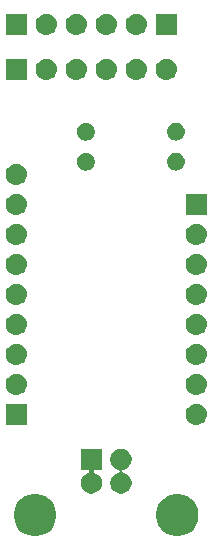
<source format=gbr>
G04 #@! TF.GenerationSoftware,KiCad,Pcbnew,(5.0.1)-4*
G04 #@! TF.CreationDate,2019-08-26T10:27:06+03:00*
G04 #@! TF.ProjectId,CP2102-breakout,4350323130322D627265616B6F75742E,rev?*
G04 #@! TF.SameCoordinates,Original*
G04 #@! TF.FileFunction,Soldermask,Bot*
G04 #@! TF.FilePolarity,Negative*
%FSLAX46Y46*%
G04 Gerber Fmt 4.6, Leading zero omitted, Abs format (unit mm)*
G04 Created by KiCad (PCBNEW (5.0.1)-4) date 26/08/2019 10:27:06*
%MOMM*%
%LPD*%
G01*
G04 APERTURE LIST*
%ADD10C,0.100000*%
G04 APERTURE END LIST*
D10*
G36*
X52245331Y-52508211D02*
X52573092Y-52643974D01*
X52868073Y-52841074D01*
X53118926Y-53091927D01*
X53316026Y-53386908D01*
X53451789Y-53714669D01*
X53521000Y-54062616D01*
X53521000Y-54417384D01*
X53451789Y-54765331D01*
X53316026Y-55093092D01*
X53118926Y-55388073D01*
X52868073Y-55638926D01*
X52573092Y-55836026D01*
X52245331Y-55971789D01*
X51897384Y-56041000D01*
X51542616Y-56041000D01*
X51194669Y-55971789D01*
X50866908Y-55836026D01*
X50571927Y-55638926D01*
X50321074Y-55388073D01*
X50123974Y-55093092D01*
X49988211Y-54765331D01*
X49919000Y-54417384D01*
X49919000Y-54062616D01*
X49988211Y-53714669D01*
X50123974Y-53386908D01*
X50321074Y-53091927D01*
X50571927Y-52841074D01*
X50866908Y-52643974D01*
X51194669Y-52508211D01*
X51542616Y-52439000D01*
X51897384Y-52439000D01*
X52245331Y-52508211D01*
X52245331Y-52508211D01*
G37*
G36*
X40205331Y-52508211D02*
X40533092Y-52643974D01*
X40828073Y-52841074D01*
X41078926Y-53091927D01*
X41276026Y-53386908D01*
X41411789Y-53714669D01*
X41481000Y-54062616D01*
X41481000Y-54417384D01*
X41411789Y-54765331D01*
X41276026Y-55093092D01*
X41078926Y-55388073D01*
X40828073Y-55638926D01*
X40533092Y-55836026D01*
X40205331Y-55971789D01*
X39857384Y-56041000D01*
X39502616Y-56041000D01*
X39154669Y-55971789D01*
X38826908Y-55836026D01*
X38531927Y-55638926D01*
X38281074Y-55388073D01*
X38083974Y-55093092D01*
X37948211Y-54765331D01*
X37879000Y-54417384D01*
X37879000Y-54062616D01*
X37948211Y-53714669D01*
X38083974Y-53386908D01*
X38281074Y-53091927D01*
X38531927Y-52841074D01*
X38826908Y-52643974D01*
X39154669Y-52508211D01*
X39502616Y-52439000D01*
X39857384Y-52439000D01*
X40205331Y-52508211D01*
X40205331Y-52508211D01*
G37*
G36*
X45351000Y-50431000D02*
X44779622Y-50431000D01*
X44755236Y-50433402D01*
X44731787Y-50440515D01*
X44710176Y-50452066D01*
X44691234Y-50467612D01*
X44675688Y-50486554D01*
X44664137Y-50508165D01*
X44657024Y-50531614D01*
X44654622Y-50556000D01*
X44657024Y-50580386D01*
X44664137Y-50603835D01*
X44675688Y-50625446D01*
X44691234Y-50644388D01*
X44710176Y-50659934D01*
X44731777Y-50671480D01*
X44876784Y-50731544D01*
X45024354Y-50830147D01*
X45149853Y-50955646D01*
X45248456Y-51103216D01*
X45316376Y-51267188D01*
X45351000Y-51441259D01*
X45351000Y-51618741D01*
X45316376Y-51792812D01*
X45248456Y-51956784D01*
X45149853Y-52104354D01*
X45024354Y-52229853D01*
X44876784Y-52328456D01*
X44712812Y-52396376D01*
X44538741Y-52431000D01*
X44361259Y-52431000D01*
X44187188Y-52396376D01*
X44023216Y-52328456D01*
X43875646Y-52229853D01*
X43750147Y-52104354D01*
X43651544Y-51956784D01*
X43583624Y-51792812D01*
X43549000Y-51618741D01*
X43549000Y-51441259D01*
X43583624Y-51267188D01*
X43651544Y-51103216D01*
X43750147Y-50955646D01*
X43875646Y-50830147D01*
X44023216Y-50731544D01*
X44168223Y-50671480D01*
X44189824Y-50659934D01*
X44208766Y-50644388D01*
X44224312Y-50625446D01*
X44235863Y-50603835D01*
X44242976Y-50580386D01*
X44245378Y-50556000D01*
X44242976Y-50531614D01*
X44235863Y-50508165D01*
X44224312Y-50486554D01*
X44208766Y-50467612D01*
X44189824Y-50452066D01*
X44168213Y-50440515D01*
X44144764Y-50433402D01*
X44120378Y-50431000D01*
X43549000Y-50431000D01*
X43549000Y-48629000D01*
X45351000Y-48629000D01*
X45351000Y-50431000D01*
X45351000Y-50431000D01*
G37*
G36*
X47212812Y-48663624D02*
X47376784Y-48731544D01*
X47524354Y-48830147D01*
X47649853Y-48955646D01*
X47748456Y-49103216D01*
X47816376Y-49267188D01*
X47851000Y-49441259D01*
X47851000Y-49618741D01*
X47816376Y-49792812D01*
X47748456Y-49956784D01*
X47649853Y-50104354D01*
X47524354Y-50229853D01*
X47376784Y-50328456D01*
X47212812Y-50396376D01*
X47157367Y-50407404D01*
X47133926Y-50414515D01*
X47112315Y-50426067D01*
X47093373Y-50441612D01*
X47077828Y-50460554D01*
X47066277Y-50482165D01*
X47059164Y-50505614D01*
X47056762Y-50530000D01*
X47059164Y-50554387D01*
X47066277Y-50577836D01*
X47077829Y-50599447D01*
X47093374Y-50618389D01*
X47112316Y-50633934D01*
X47133927Y-50645485D01*
X47157367Y-50652596D01*
X47212812Y-50663624D01*
X47376784Y-50731544D01*
X47524354Y-50830147D01*
X47649853Y-50955646D01*
X47748456Y-51103216D01*
X47816376Y-51267188D01*
X47851000Y-51441259D01*
X47851000Y-51618741D01*
X47816376Y-51792812D01*
X47748456Y-51956784D01*
X47649853Y-52104354D01*
X47524354Y-52229853D01*
X47376784Y-52328456D01*
X47212812Y-52396376D01*
X47038741Y-52431000D01*
X46861259Y-52431000D01*
X46687188Y-52396376D01*
X46523216Y-52328456D01*
X46375646Y-52229853D01*
X46250147Y-52104354D01*
X46151544Y-51956784D01*
X46083624Y-51792812D01*
X46049000Y-51618741D01*
X46049000Y-51441259D01*
X46083624Y-51267188D01*
X46151544Y-51103216D01*
X46250147Y-50955646D01*
X46375646Y-50830147D01*
X46523216Y-50731544D01*
X46687188Y-50663624D01*
X46742633Y-50652596D01*
X46766074Y-50645485D01*
X46787685Y-50633933D01*
X46806627Y-50618388D01*
X46822172Y-50599446D01*
X46833723Y-50577835D01*
X46840836Y-50554386D01*
X46843238Y-50530000D01*
X46840836Y-50505613D01*
X46833723Y-50482164D01*
X46822171Y-50460553D01*
X46806626Y-50441611D01*
X46787684Y-50426066D01*
X46766073Y-50414515D01*
X46742633Y-50407404D01*
X46687188Y-50396376D01*
X46523216Y-50328456D01*
X46375646Y-50229853D01*
X46250147Y-50104354D01*
X46151544Y-49956784D01*
X46083624Y-49792812D01*
X46049000Y-49618741D01*
X46049000Y-49441259D01*
X46083624Y-49267188D01*
X46151544Y-49103216D01*
X46250147Y-48955646D01*
X46375646Y-48830147D01*
X46523216Y-48731544D01*
X46687188Y-48663624D01*
X46861259Y-48629000D01*
X47038741Y-48629000D01*
X47212812Y-48663624D01*
X47212812Y-48663624D01*
G37*
G36*
X53450442Y-44825518D02*
X53516627Y-44832037D01*
X53629853Y-44866384D01*
X53686467Y-44883557D01*
X53825087Y-44957652D01*
X53842991Y-44967222D01*
X53878729Y-44996552D01*
X53980186Y-45079814D01*
X54063448Y-45181271D01*
X54092778Y-45217009D01*
X54092779Y-45217011D01*
X54176443Y-45373533D01*
X54176443Y-45373534D01*
X54227963Y-45543373D01*
X54245359Y-45720000D01*
X54227963Y-45896627D01*
X54193616Y-46009853D01*
X54176443Y-46066467D01*
X54102348Y-46205087D01*
X54092778Y-46222991D01*
X54063448Y-46258729D01*
X53980186Y-46360186D01*
X53878729Y-46443448D01*
X53842991Y-46472778D01*
X53842989Y-46472779D01*
X53686467Y-46556443D01*
X53629853Y-46573616D01*
X53516627Y-46607963D01*
X53450442Y-46614482D01*
X53384260Y-46621000D01*
X53295740Y-46621000D01*
X53229558Y-46614482D01*
X53163373Y-46607963D01*
X53050147Y-46573616D01*
X52993533Y-46556443D01*
X52837011Y-46472779D01*
X52837009Y-46472778D01*
X52801271Y-46443448D01*
X52699814Y-46360186D01*
X52616552Y-46258729D01*
X52587222Y-46222991D01*
X52577652Y-46205087D01*
X52503557Y-46066467D01*
X52486384Y-46009853D01*
X52452037Y-45896627D01*
X52434641Y-45720000D01*
X52452037Y-45543373D01*
X52503557Y-45373534D01*
X52503557Y-45373533D01*
X52587221Y-45217011D01*
X52587222Y-45217009D01*
X52616552Y-45181271D01*
X52699814Y-45079814D01*
X52801271Y-44996552D01*
X52837009Y-44967222D01*
X52854913Y-44957652D01*
X52993533Y-44883557D01*
X53050147Y-44866384D01*
X53163373Y-44832037D01*
X53229558Y-44825518D01*
X53295740Y-44819000D01*
X53384260Y-44819000D01*
X53450442Y-44825518D01*
X53450442Y-44825518D01*
G37*
G36*
X39001000Y-46621000D02*
X37199000Y-46621000D01*
X37199000Y-44819000D01*
X39001000Y-44819000D01*
X39001000Y-46621000D01*
X39001000Y-46621000D01*
G37*
G36*
X53450442Y-42285518D02*
X53516627Y-42292037D01*
X53629853Y-42326384D01*
X53686467Y-42343557D01*
X53825087Y-42417652D01*
X53842991Y-42427222D01*
X53878729Y-42456552D01*
X53980186Y-42539814D01*
X54063448Y-42641271D01*
X54092778Y-42677009D01*
X54092779Y-42677011D01*
X54176443Y-42833533D01*
X54176443Y-42833534D01*
X54227963Y-43003373D01*
X54245359Y-43180000D01*
X54227963Y-43356627D01*
X54193616Y-43469853D01*
X54176443Y-43526467D01*
X54102348Y-43665087D01*
X54092778Y-43682991D01*
X54063448Y-43718729D01*
X53980186Y-43820186D01*
X53878729Y-43903448D01*
X53842991Y-43932778D01*
X53842989Y-43932779D01*
X53686467Y-44016443D01*
X53629853Y-44033616D01*
X53516627Y-44067963D01*
X53450443Y-44074481D01*
X53384260Y-44081000D01*
X53295740Y-44081000D01*
X53229557Y-44074481D01*
X53163373Y-44067963D01*
X53050147Y-44033616D01*
X52993533Y-44016443D01*
X52837011Y-43932779D01*
X52837009Y-43932778D01*
X52801271Y-43903448D01*
X52699814Y-43820186D01*
X52616552Y-43718729D01*
X52587222Y-43682991D01*
X52577652Y-43665087D01*
X52503557Y-43526467D01*
X52486384Y-43469853D01*
X52452037Y-43356627D01*
X52434641Y-43180000D01*
X52452037Y-43003373D01*
X52503557Y-42833534D01*
X52503557Y-42833533D01*
X52587221Y-42677011D01*
X52587222Y-42677009D01*
X52616552Y-42641271D01*
X52699814Y-42539814D01*
X52801271Y-42456552D01*
X52837009Y-42427222D01*
X52854913Y-42417652D01*
X52993533Y-42343557D01*
X53050147Y-42326384D01*
X53163373Y-42292037D01*
X53229558Y-42285518D01*
X53295740Y-42279000D01*
X53384260Y-42279000D01*
X53450442Y-42285518D01*
X53450442Y-42285518D01*
G37*
G36*
X38210442Y-42285518D02*
X38276627Y-42292037D01*
X38389853Y-42326384D01*
X38446467Y-42343557D01*
X38585087Y-42417652D01*
X38602991Y-42427222D01*
X38638729Y-42456552D01*
X38740186Y-42539814D01*
X38823448Y-42641271D01*
X38852778Y-42677009D01*
X38852779Y-42677011D01*
X38936443Y-42833533D01*
X38936443Y-42833534D01*
X38987963Y-43003373D01*
X39005359Y-43180000D01*
X38987963Y-43356627D01*
X38953616Y-43469853D01*
X38936443Y-43526467D01*
X38862348Y-43665087D01*
X38852778Y-43682991D01*
X38823448Y-43718729D01*
X38740186Y-43820186D01*
X38638729Y-43903448D01*
X38602991Y-43932778D01*
X38602989Y-43932779D01*
X38446467Y-44016443D01*
X38389853Y-44033616D01*
X38276627Y-44067963D01*
X38210443Y-44074481D01*
X38144260Y-44081000D01*
X38055740Y-44081000D01*
X37989557Y-44074481D01*
X37923373Y-44067963D01*
X37810147Y-44033616D01*
X37753533Y-44016443D01*
X37597011Y-43932779D01*
X37597009Y-43932778D01*
X37561271Y-43903448D01*
X37459814Y-43820186D01*
X37376552Y-43718729D01*
X37347222Y-43682991D01*
X37337652Y-43665087D01*
X37263557Y-43526467D01*
X37246384Y-43469853D01*
X37212037Y-43356627D01*
X37194641Y-43180000D01*
X37212037Y-43003373D01*
X37263557Y-42833534D01*
X37263557Y-42833533D01*
X37347221Y-42677011D01*
X37347222Y-42677009D01*
X37376552Y-42641271D01*
X37459814Y-42539814D01*
X37561271Y-42456552D01*
X37597009Y-42427222D01*
X37614913Y-42417652D01*
X37753533Y-42343557D01*
X37810147Y-42326384D01*
X37923373Y-42292037D01*
X37989558Y-42285518D01*
X38055740Y-42279000D01*
X38144260Y-42279000D01*
X38210442Y-42285518D01*
X38210442Y-42285518D01*
G37*
G36*
X53450442Y-39745518D02*
X53516627Y-39752037D01*
X53629853Y-39786384D01*
X53686467Y-39803557D01*
X53825087Y-39877652D01*
X53842991Y-39887222D01*
X53878729Y-39916552D01*
X53980186Y-39999814D01*
X54063448Y-40101271D01*
X54092778Y-40137009D01*
X54092779Y-40137011D01*
X54176443Y-40293533D01*
X54176443Y-40293534D01*
X54227963Y-40463373D01*
X54245359Y-40640000D01*
X54227963Y-40816627D01*
X54193616Y-40929853D01*
X54176443Y-40986467D01*
X54102348Y-41125087D01*
X54092778Y-41142991D01*
X54063448Y-41178729D01*
X53980186Y-41280186D01*
X53878729Y-41363448D01*
X53842991Y-41392778D01*
X53842989Y-41392779D01*
X53686467Y-41476443D01*
X53629853Y-41493616D01*
X53516627Y-41527963D01*
X53450442Y-41534482D01*
X53384260Y-41541000D01*
X53295740Y-41541000D01*
X53229558Y-41534482D01*
X53163373Y-41527963D01*
X53050147Y-41493616D01*
X52993533Y-41476443D01*
X52837011Y-41392779D01*
X52837009Y-41392778D01*
X52801271Y-41363448D01*
X52699814Y-41280186D01*
X52616552Y-41178729D01*
X52587222Y-41142991D01*
X52577652Y-41125087D01*
X52503557Y-40986467D01*
X52486384Y-40929853D01*
X52452037Y-40816627D01*
X52434641Y-40640000D01*
X52452037Y-40463373D01*
X52503557Y-40293534D01*
X52503557Y-40293533D01*
X52587221Y-40137011D01*
X52587222Y-40137009D01*
X52616552Y-40101271D01*
X52699814Y-39999814D01*
X52801271Y-39916552D01*
X52837009Y-39887222D01*
X52854913Y-39877652D01*
X52993533Y-39803557D01*
X53050147Y-39786384D01*
X53163373Y-39752037D01*
X53229558Y-39745518D01*
X53295740Y-39739000D01*
X53384260Y-39739000D01*
X53450442Y-39745518D01*
X53450442Y-39745518D01*
G37*
G36*
X38210442Y-39745518D02*
X38276627Y-39752037D01*
X38389853Y-39786384D01*
X38446467Y-39803557D01*
X38585087Y-39877652D01*
X38602991Y-39887222D01*
X38638729Y-39916552D01*
X38740186Y-39999814D01*
X38823448Y-40101271D01*
X38852778Y-40137009D01*
X38852779Y-40137011D01*
X38936443Y-40293533D01*
X38936443Y-40293534D01*
X38987963Y-40463373D01*
X39005359Y-40640000D01*
X38987963Y-40816627D01*
X38953616Y-40929853D01*
X38936443Y-40986467D01*
X38862348Y-41125087D01*
X38852778Y-41142991D01*
X38823448Y-41178729D01*
X38740186Y-41280186D01*
X38638729Y-41363448D01*
X38602991Y-41392778D01*
X38602989Y-41392779D01*
X38446467Y-41476443D01*
X38389853Y-41493616D01*
X38276627Y-41527963D01*
X38210442Y-41534482D01*
X38144260Y-41541000D01*
X38055740Y-41541000D01*
X37989558Y-41534482D01*
X37923373Y-41527963D01*
X37810147Y-41493616D01*
X37753533Y-41476443D01*
X37597011Y-41392779D01*
X37597009Y-41392778D01*
X37561271Y-41363448D01*
X37459814Y-41280186D01*
X37376552Y-41178729D01*
X37347222Y-41142991D01*
X37337652Y-41125087D01*
X37263557Y-40986467D01*
X37246384Y-40929853D01*
X37212037Y-40816627D01*
X37194641Y-40640000D01*
X37212037Y-40463373D01*
X37263557Y-40293534D01*
X37263557Y-40293533D01*
X37347221Y-40137011D01*
X37347222Y-40137009D01*
X37376552Y-40101271D01*
X37459814Y-39999814D01*
X37561271Y-39916552D01*
X37597009Y-39887222D01*
X37614913Y-39877652D01*
X37753533Y-39803557D01*
X37810147Y-39786384D01*
X37923373Y-39752037D01*
X37989558Y-39745518D01*
X38055740Y-39739000D01*
X38144260Y-39739000D01*
X38210442Y-39745518D01*
X38210442Y-39745518D01*
G37*
G36*
X38210442Y-37205518D02*
X38276627Y-37212037D01*
X38389853Y-37246384D01*
X38446467Y-37263557D01*
X38585087Y-37337652D01*
X38602991Y-37347222D01*
X38638729Y-37376552D01*
X38740186Y-37459814D01*
X38823448Y-37561271D01*
X38852778Y-37597009D01*
X38852779Y-37597011D01*
X38936443Y-37753533D01*
X38936443Y-37753534D01*
X38987963Y-37923373D01*
X39005359Y-38100000D01*
X38987963Y-38276627D01*
X38953616Y-38389853D01*
X38936443Y-38446467D01*
X38862348Y-38585087D01*
X38852778Y-38602991D01*
X38823448Y-38638729D01*
X38740186Y-38740186D01*
X38638729Y-38823448D01*
X38602991Y-38852778D01*
X38602989Y-38852779D01*
X38446467Y-38936443D01*
X38389853Y-38953616D01*
X38276627Y-38987963D01*
X38210443Y-38994481D01*
X38144260Y-39001000D01*
X38055740Y-39001000D01*
X37989557Y-38994481D01*
X37923373Y-38987963D01*
X37810147Y-38953616D01*
X37753533Y-38936443D01*
X37597011Y-38852779D01*
X37597009Y-38852778D01*
X37561271Y-38823448D01*
X37459814Y-38740186D01*
X37376552Y-38638729D01*
X37347222Y-38602991D01*
X37337652Y-38585087D01*
X37263557Y-38446467D01*
X37246384Y-38389853D01*
X37212037Y-38276627D01*
X37194641Y-38100000D01*
X37212037Y-37923373D01*
X37263557Y-37753534D01*
X37263557Y-37753533D01*
X37347221Y-37597011D01*
X37347222Y-37597009D01*
X37376552Y-37561271D01*
X37459814Y-37459814D01*
X37561271Y-37376552D01*
X37597009Y-37347222D01*
X37614913Y-37337652D01*
X37753533Y-37263557D01*
X37810147Y-37246384D01*
X37923373Y-37212037D01*
X37989558Y-37205518D01*
X38055740Y-37199000D01*
X38144260Y-37199000D01*
X38210442Y-37205518D01*
X38210442Y-37205518D01*
G37*
G36*
X53450442Y-37205518D02*
X53516627Y-37212037D01*
X53629853Y-37246384D01*
X53686467Y-37263557D01*
X53825087Y-37337652D01*
X53842991Y-37347222D01*
X53878729Y-37376552D01*
X53980186Y-37459814D01*
X54063448Y-37561271D01*
X54092778Y-37597009D01*
X54092779Y-37597011D01*
X54176443Y-37753533D01*
X54176443Y-37753534D01*
X54227963Y-37923373D01*
X54245359Y-38100000D01*
X54227963Y-38276627D01*
X54193616Y-38389853D01*
X54176443Y-38446467D01*
X54102348Y-38585087D01*
X54092778Y-38602991D01*
X54063448Y-38638729D01*
X53980186Y-38740186D01*
X53878729Y-38823448D01*
X53842991Y-38852778D01*
X53842989Y-38852779D01*
X53686467Y-38936443D01*
X53629853Y-38953616D01*
X53516627Y-38987963D01*
X53450443Y-38994481D01*
X53384260Y-39001000D01*
X53295740Y-39001000D01*
X53229557Y-38994481D01*
X53163373Y-38987963D01*
X53050147Y-38953616D01*
X52993533Y-38936443D01*
X52837011Y-38852779D01*
X52837009Y-38852778D01*
X52801271Y-38823448D01*
X52699814Y-38740186D01*
X52616552Y-38638729D01*
X52587222Y-38602991D01*
X52577652Y-38585087D01*
X52503557Y-38446467D01*
X52486384Y-38389853D01*
X52452037Y-38276627D01*
X52434641Y-38100000D01*
X52452037Y-37923373D01*
X52503557Y-37753534D01*
X52503557Y-37753533D01*
X52587221Y-37597011D01*
X52587222Y-37597009D01*
X52616552Y-37561271D01*
X52699814Y-37459814D01*
X52801271Y-37376552D01*
X52837009Y-37347222D01*
X52854913Y-37337652D01*
X52993533Y-37263557D01*
X53050147Y-37246384D01*
X53163373Y-37212037D01*
X53229558Y-37205518D01*
X53295740Y-37199000D01*
X53384260Y-37199000D01*
X53450442Y-37205518D01*
X53450442Y-37205518D01*
G37*
G36*
X38210443Y-34665519D02*
X38276627Y-34672037D01*
X38389853Y-34706384D01*
X38446467Y-34723557D01*
X38585087Y-34797652D01*
X38602991Y-34807222D01*
X38638729Y-34836552D01*
X38740186Y-34919814D01*
X38823448Y-35021271D01*
X38852778Y-35057009D01*
X38852779Y-35057011D01*
X38936443Y-35213533D01*
X38936443Y-35213534D01*
X38987963Y-35383373D01*
X39005359Y-35560000D01*
X38987963Y-35736627D01*
X38953616Y-35849853D01*
X38936443Y-35906467D01*
X38862348Y-36045087D01*
X38852778Y-36062991D01*
X38823448Y-36098729D01*
X38740186Y-36200186D01*
X38638729Y-36283448D01*
X38602991Y-36312778D01*
X38602989Y-36312779D01*
X38446467Y-36396443D01*
X38389853Y-36413616D01*
X38276627Y-36447963D01*
X38210442Y-36454482D01*
X38144260Y-36461000D01*
X38055740Y-36461000D01*
X37989558Y-36454482D01*
X37923373Y-36447963D01*
X37810147Y-36413616D01*
X37753533Y-36396443D01*
X37597011Y-36312779D01*
X37597009Y-36312778D01*
X37561271Y-36283448D01*
X37459814Y-36200186D01*
X37376552Y-36098729D01*
X37347222Y-36062991D01*
X37337652Y-36045087D01*
X37263557Y-35906467D01*
X37246384Y-35849853D01*
X37212037Y-35736627D01*
X37194641Y-35560000D01*
X37212037Y-35383373D01*
X37263557Y-35213534D01*
X37263557Y-35213533D01*
X37347221Y-35057011D01*
X37347222Y-35057009D01*
X37376552Y-35021271D01*
X37459814Y-34919814D01*
X37561271Y-34836552D01*
X37597009Y-34807222D01*
X37614913Y-34797652D01*
X37753533Y-34723557D01*
X37810147Y-34706384D01*
X37923373Y-34672037D01*
X37989557Y-34665519D01*
X38055740Y-34659000D01*
X38144260Y-34659000D01*
X38210443Y-34665519D01*
X38210443Y-34665519D01*
G37*
G36*
X53450443Y-34665519D02*
X53516627Y-34672037D01*
X53629853Y-34706384D01*
X53686467Y-34723557D01*
X53825087Y-34797652D01*
X53842991Y-34807222D01*
X53878729Y-34836552D01*
X53980186Y-34919814D01*
X54063448Y-35021271D01*
X54092778Y-35057009D01*
X54092779Y-35057011D01*
X54176443Y-35213533D01*
X54176443Y-35213534D01*
X54227963Y-35383373D01*
X54245359Y-35560000D01*
X54227963Y-35736627D01*
X54193616Y-35849853D01*
X54176443Y-35906467D01*
X54102348Y-36045087D01*
X54092778Y-36062991D01*
X54063448Y-36098729D01*
X53980186Y-36200186D01*
X53878729Y-36283448D01*
X53842991Y-36312778D01*
X53842989Y-36312779D01*
X53686467Y-36396443D01*
X53629853Y-36413616D01*
X53516627Y-36447963D01*
X53450442Y-36454482D01*
X53384260Y-36461000D01*
X53295740Y-36461000D01*
X53229558Y-36454482D01*
X53163373Y-36447963D01*
X53050147Y-36413616D01*
X52993533Y-36396443D01*
X52837011Y-36312779D01*
X52837009Y-36312778D01*
X52801271Y-36283448D01*
X52699814Y-36200186D01*
X52616552Y-36098729D01*
X52587222Y-36062991D01*
X52577652Y-36045087D01*
X52503557Y-35906467D01*
X52486384Y-35849853D01*
X52452037Y-35736627D01*
X52434641Y-35560000D01*
X52452037Y-35383373D01*
X52503557Y-35213534D01*
X52503557Y-35213533D01*
X52587221Y-35057011D01*
X52587222Y-35057009D01*
X52616552Y-35021271D01*
X52699814Y-34919814D01*
X52801271Y-34836552D01*
X52837009Y-34807222D01*
X52854913Y-34797652D01*
X52993533Y-34723557D01*
X53050147Y-34706384D01*
X53163373Y-34672037D01*
X53229557Y-34665519D01*
X53295740Y-34659000D01*
X53384260Y-34659000D01*
X53450443Y-34665519D01*
X53450443Y-34665519D01*
G37*
G36*
X38210443Y-32125519D02*
X38276627Y-32132037D01*
X38389853Y-32166384D01*
X38446467Y-32183557D01*
X38585087Y-32257652D01*
X38602991Y-32267222D01*
X38638729Y-32296552D01*
X38740186Y-32379814D01*
X38823448Y-32481271D01*
X38852778Y-32517009D01*
X38852779Y-32517011D01*
X38936443Y-32673533D01*
X38936443Y-32673534D01*
X38987963Y-32843373D01*
X39005359Y-33020000D01*
X38987963Y-33196627D01*
X38953616Y-33309853D01*
X38936443Y-33366467D01*
X38862348Y-33505087D01*
X38852778Y-33522991D01*
X38823448Y-33558729D01*
X38740186Y-33660186D01*
X38638729Y-33743448D01*
X38602991Y-33772778D01*
X38602989Y-33772779D01*
X38446467Y-33856443D01*
X38389853Y-33873616D01*
X38276627Y-33907963D01*
X38210443Y-33914481D01*
X38144260Y-33921000D01*
X38055740Y-33921000D01*
X37989557Y-33914481D01*
X37923373Y-33907963D01*
X37810147Y-33873616D01*
X37753533Y-33856443D01*
X37597011Y-33772779D01*
X37597009Y-33772778D01*
X37561271Y-33743448D01*
X37459814Y-33660186D01*
X37376552Y-33558729D01*
X37347222Y-33522991D01*
X37337652Y-33505087D01*
X37263557Y-33366467D01*
X37246384Y-33309853D01*
X37212037Y-33196627D01*
X37194641Y-33020000D01*
X37212037Y-32843373D01*
X37263557Y-32673534D01*
X37263557Y-32673533D01*
X37347221Y-32517011D01*
X37347222Y-32517009D01*
X37376552Y-32481271D01*
X37459814Y-32379814D01*
X37561271Y-32296552D01*
X37597009Y-32267222D01*
X37614913Y-32257652D01*
X37753533Y-32183557D01*
X37810147Y-32166384D01*
X37923373Y-32132037D01*
X37989557Y-32125519D01*
X38055740Y-32119000D01*
X38144260Y-32119000D01*
X38210443Y-32125519D01*
X38210443Y-32125519D01*
G37*
G36*
X53450443Y-32125519D02*
X53516627Y-32132037D01*
X53629853Y-32166384D01*
X53686467Y-32183557D01*
X53825087Y-32257652D01*
X53842991Y-32267222D01*
X53878729Y-32296552D01*
X53980186Y-32379814D01*
X54063448Y-32481271D01*
X54092778Y-32517009D01*
X54092779Y-32517011D01*
X54176443Y-32673533D01*
X54176443Y-32673534D01*
X54227963Y-32843373D01*
X54245359Y-33020000D01*
X54227963Y-33196627D01*
X54193616Y-33309853D01*
X54176443Y-33366467D01*
X54102348Y-33505087D01*
X54092778Y-33522991D01*
X54063448Y-33558729D01*
X53980186Y-33660186D01*
X53878729Y-33743448D01*
X53842991Y-33772778D01*
X53842989Y-33772779D01*
X53686467Y-33856443D01*
X53629853Y-33873616D01*
X53516627Y-33907963D01*
X53450443Y-33914481D01*
X53384260Y-33921000D01*
X53295740Y-33921000D01*
X53229557Y-33914481D01*
X53163373Y-33907963D01*
X53050147Y-33873616D01*
X52993533Y-33856443D01*
X52837011Y-33772779D01*
X52837009Y-33772778D01*
X52801271Y-33743448D01*
X52699814Y-33660186D01*
X52616552Y-33558729D01*
X52587222Y-33522991D01*
X52577652Y-33505087D01*
X52503557Y-33366467D01*
X52486384Y-33309853D01*
X52452037Y-33196627D01*
X52434641Y-33020000D01*
X52452037Y-32843373D01*
X52503557Y-32673534D01*
X52503557Y-32673533D01*
X52587221Y-32517011D01*
X52587222Y-32517009D01*
X52616552Y-32481271D01*
X52699814Y-32379814D01*
X52801271Y-32296552D01*
X52837009Y-32267222D01*
X52854913Y-32257652D01*
X52993533Y-32183557D01*
X53050147Y-32166384D01*
X53163373Y-32132037D01*
X53229557Y-32125519D01*
X53295740Y-32119000D01*
X53384260Y-32119000D01*
X53450443Y-32125519D01*
X53450443Y-32125519D01*
G37*
G36*
X53450443Y-29585519D02*
X53516627Y-29592037D01*
X53629853Y-29626384D01*
X53686467Y-29643557D01*
X53825087Y-29717652D01*
X53842991Y-29727222D01*
X53878729Y-29756552D01*
X53980186Y-29839814D01*
X54063448Y-29941271D01*
X54092778Y-29977009D01*
X54092779Y-29977011D01*
X54176443Y-30133533D01*
X54176443Y-30133534D01*
X54227963Y-30303373D01*
X54245359Y-30480000D01*
X54227963Y-30656627D01*
X54193616Y-30769853D01*
X54176443Y-30826467D01*
X54102348Y-30965087D01*
X54092778Y-30982991D01*
X54063448Y-31018729D01*
X53980186Y-31120186D01*
X53878729Y-31203448D01*
X53842991Y-31232778D01*
X53842989Y-31232779D01*
X53686467Y-31316443D01*
X53629853Y-31333616D01*
X53516627Y-31367963D01*
X53450443Y-31374481D01*
X53384260Y-31381000D01*
X53295740Y-31381000D01*
X53229557Y-31374481D01*
X53163373Y-31367963D01*
X53050147Y-31333616D01*
X52993533Y-31316443D01*
X52837011Y-31232779D01*
X52837009Y-31232778D01*
X52801271Y-31203448D01*
X52699814Y-31120186D01*
X52616552Y-31018729D01*
X52587222Y-30982991D01*
X52577652Y-30965087D01*
X52503557Y-30826467D01*
X52486384Y-30769853D01*
X52452037Y-30656627D01*
X52434641Y-30480000D01*
X52452037Y-30303373D01*
X52503557Y-30133534D01*
X52503557Y-30133533D01*
X52587221Y-29977011D01*
X52587222Y-29977009D01*
X52616552Y-29941271D01*
X52699814Y-29839814D01*
X52801271Y-29756552D01*
X52837009Y-29727222D01*
X52854913Y-29717652D01*
X52993533Y-29643557D01*
X53050147Y-29626384D01*
X53163373Y-29592037D01*
X53229557Y-29585519D01*
X53295740Y-29579000D01*
X53384260Y-29579000D01*
X53450443Y-29585519D01*
X53450443Y-29585519D01*
G37*
G36*
X38210443Y-29585519D02*
X38276627Y-29592037D01*
X38389853Y-29626384D01*
X38446467Y-29643557D01*
X38585087Y-29717652D01*
X38602991Y-29727222D01*
X38638729Y-29756552D01*
X38740186Y-29839814D01*
X38823448Y-29941271D01*
X38852778Y-29977009D01*
X38852779Y-29977011D01*
X38936443Y-30133533D01*
X38936443Y-30133534D01*
X38987963Y-30303373D01*
X39005359Y-30480000D01*
X38987963Y-30656627D01*
X38953616Y-30769853D01*
X38936443Y-30826467D01*
X38862348Y-30965087D01*
X38852778Y-30982991D01*
X38823448Y-31018729D01*
X38740186Y-31120186D01*
X38638729Y-31203448D01*
X38602991Y-31232778D01*
X38602989Y-31232779D01*
X38446467Y-31316443D01*
X38389853Y-31333616D01*
X38276627Y-31367963D01*
X38210443Y-31374481D01*
X38144260Y-31381000D01*
X38055740Y-31381000D01*
X37989557Y-31374481D01*
X37923373Y-31367963D01*
X37810147Y-31333616D01*
X37753533Y-31316443D01*
X37597011Y-31232779D01*
X37597009Y-31232778D01*
X37561271Y-31203448D01*
X37459814Y-31120186D01*
X37376552Y-31018729D01*
X37347222Y-30982991D01*
X37337652Y-30965087D01*
X37263557Y-30826467D01*
X37246384Y-30769853D01*
X37212037Y-30656627D01*
X37194641Y-30480000D01*
X37212037Y-30303373D01*
X37263557Y-30133534D01*
X37263557Y-30133533D01*
X37347221Y-29977011D01*
X37347222Y-29977009D01*
X37376552Y-29941271D01*
X37459814Y-29839814D01*
X37561271Y-29756552D01*
X37597009Y-29727222D01*
X37614913Y-29717652D01*
X37753533Y-29643557D01*
X37810147Y-29626384D01*
X37923373Y-29592037D01*
X37989557Y-29585519D01*
X38055740Y-29579000D01*
X38144260Y-29579000D01*
X38210443Y-29585519D01*
X38210443Y-29585519D01*
G37*
G36*
X38210443Y-27045519D02*
X38276627Y-27052037D01*
X38389853Y-27086384D01*
X38446467Y-27103557D01*
X38585087Y-27177652D01*
X38602991Y-27187222D01*
X38638729Y-27216552D01*
X38740186Y-27299814D01*
X38823448Y-27401271D01*
X38852778Y-27437009D01*
X38852779Y-27437011D01*
X38936443Y-27593533D01*
X38936443Y-27593534D01*
X38987963Y-27763373D01*
X39005359Y-27940000D01*
X38987963Y-28116627D01*
X38953616Y-28229853D01*
X38936443Y-28286467D01*
X38862348Y-28425087D01*
X38852778Y-28442991D01*
X38823448Y-28478729D01*
X38740186Y-28580186D01*
X38638729Y-28663448D01*
X38602991Y-28692778D01*
X38602989Y-28692779D01*
X38446467Y-28776443D01*
X38389853Y-28793616D01*
X38276627Y-28827963D01*
X38210442Y-28834482D01*
X38144260Y-28841000D01*
X38055740Y-28841000D01*
X37989558Y-28834482D01*
X37923373Y-28827963D01*
X37810147Y-28793616D01*
X37753533Y-28776443D01*
X37597011Y-28692779D01*
X37597009Y-28692778D01*
X37561271Y-28663448D01*
X37459814Y-28580186D01*
X37376552Y-28478729D01*
X37347222Y-28442991D01*
X37337652Y-28425087D01*
X37263557Y-28286467D01*
X37246384Y-28229853D01*
X37212037Y-28116627D01*
X37194641Y-27940000D01*
X37212037Y-27763373D01*
X37263557Y-27593534D01*
X37263557Y-27593533D01*
X37347221Y-27437011D01*
X37347222Y-27437009D01*
X37376552Y-27401271D01*
X37459814Y-27299814D01*
X37561271Y-27216552D01*
X37597009Y-27187222D01*
X37614913Y-27177652D01*
X37753533Y-27103557D01*
X37810147Y-27086384D01*
X37923373Y-27052037D01*
X37989557Y-27045519D01*
X38055740Y-27039000D01*
X38144260Y-27039000D01*
X38210443Y-27045519D01*
X38210443Y-27045519D01*
G37*
G36*
X54241000Y-28841000D02*
X52439000Y-28841000D01*
X52439000Y-27039000D01*
X54241000Y-27039000D01*
X54241000Y-28841000D01*
X54241000Y-28841000D01*
G37*
G36*
X38210442Y-24505518D02*
X38276627Y-24512037D01*
X38389853Y-24546384D01*
X38446467Y-24563557D01*
X38531083Y-24608786D01*
X38602991Y-24647222D01*
X38638729Y-24676552D01*
X38740186Y-24759814D01*
X38817158Y-24853606D01*
X38852778Y-24897009D01*
X38852779Y-24897011D01*
X38936443Y-25053533D01*
X38936443Y-25053534D01*
X38987963Y-25223373D01*
X39005359Y-25400000D01*
X38987963Y-25576627D01*
X38953616Y-25689853D01*
X38936443Y-25746467D01*
X38862348Y-25885087D01*
X38852778Y-25902991D01*
X38823448Y-25938729D01*
X38740186Y-26040186D01*
X38638729Y-26123448D01*
X38602991Y-26152778D01*
X38602989Y-26152779D01*
X38446467Y-26236443D01*
X38389853Y-26253616D01*
X38276627Y-26287963D01*
X38210443Y-26294481D01*
X38144260Y-26301000D01*
X38055740Y-26301000D01*
X37989557Y-26294481D01*
X37923373Y-26287963D01*
X37810147Y-26253616D01*
X37753533Y-26236443D01*
X37597011Y-26152779D01*
X37597009Y-26152778D01*
X37561271Y-26123448D01*
X37459814Y-26040186D01*
X37376552Y-25938729D01*
X37347222Y-25902991D01*
X37337652Y-25885087D01*
X37263557Y-25746467D01*
X37246384Y-25689853D01*
X37212037Y-25576627D01*
X37194641Y-25400000D01*
X37212037Y-25223373D01*
X37263557Y-25053534D01*
X37263557Y-25053533D01*
X37347221Y-24897011D01*
X37347222Y-24897009D01*
X37382842Y-24853606D01*
X37459814Y-24759814D01*
X37561271Y-24676552D01*
X37597009Y-24647222D01*
X37668917Y-24608786D01*
X37753533Y-24563557D01*
X37810147Y-24546384D01*
X37923373Y-24512037D01*
X37989557Y-24505519D01*
X38055740Y-24499000D01*
X38144260Y-24499000D01*
X38210442Y-24505518D01*
X38210442Y-24505518D01*
G37*
G36*
X44108600Y-23579867D02*
X44199059Y-23597860D01*
X44335732Y-23654472D01*
X44392715Y-23692547D01*
X44458738Y-23736662D01*
X44563338Y-23841262D01*
X44563340Y-23841265D01*
X44645528Y-23964268D01*
X44702140Y-24100941D01*
X44731000Y-24246033D01*
X44731000Y-24393967D01*
X44702140Y-24539059D01*
X44645528Y-24675732D01*
X44564446Y-24797079D01*
X44563338Y-24798738D01*
X44458738Y-24903338D01*
X44458735Y-24903340D01*
X44335732Y-24985528D01*
X44199059Y-25042140D01*
X44112004Y-25059456D01*
X44053969Y-25071000D01*
X43906031Y-25071000D01*
X43847996Y-25059456D01*
X43760941Y-25042140D01*
X43624268Y-24985528D01*
X43501265Y-24903340D01*
X43501262Y-24903338D01*
X43396662Y-24798738D01*
X43395554Y-24797079D01*
X43314472Y-24675732D01*
X43257860Y-24539059D01*
X43229000Y-24393967D01*
X43229000Y-24246033D01*
X43257860Y-24100941D01*
X43314472Y-23964268D01*
X43396660Y-23841265D01*
X43396662Y-23841262D01*
X43501262Y-23736662D01*
X43567285Y-23692547D01*
X43624268Y-23654472D01*
X43760941Y-23597860D01*
X43851400Y-23579867D01*
X43906031Y-23569000D01*
X44053969Y-23569000D01*
X44108600Y-23579867D01*
X44108600Y-23579867D01*
G37*
G36*
X51673665Y-23572622D02*
X51747222Y-23579867D01*
X51888786Y-23622810D01*
X52019252Y-23692546D01*
X52133606Y-23786394D01*
X52227454Y-23900748D01*
X52297190Y-24031214D01*
X52340133Y-24172778D01*
X52354633Y-24320000D01*
X52340133Y-24467222D01*
X52297190Y-24608786D01*
X52227454Y-24739252D01*
X52133606Y-24853606D01*
X52019252Y-24947454D01*
X51888786Y-25017190D01*
X51747222Y-25060133D01*
X51673665Y-25067378D01*
X51636888Y-25071000D01*
X51563112Y-25071000D01*
X51526335Y-25067378D01*
X51452778Y-25060133D01*
X51311214Y-25017190D01*
X51180748Y-24947454D01*
X51066394Y-24853606D01*
X50972546Y-24739252D01*
X50902810Y-24608786D01*
X50859867Y-24467222D01*
X50845367Y-24320000D01*
X50859867Y-24172778D01*
X50902810Y-24031214D01*
X50972546Y-23900748D01*
X51066394Y-23786394D01*
X51180748Y-23692546D01*
X51311214Y-23622810D01*
X51452778Y-23579867D01*
X51526335Y-23572622D01*
X51563112Y-23569000D01*
X51636888Y-23569000D01*
X51673665Y-23572622D01*
X51673665Y-23572622D01*
G37*
G36*
X51673665Y-21032622D02*
X51747222Y-21039867D01*
X51888786Y-21082810D01*
X52019252Y-21152546D01*
X52133606Y-21246394D01*
X52227454Y-21360748D01*
X52297190Y-21491214D01*
X52340133Y-21632778D01*
X52354633Y-21780000D01*
X52340133Y-21927222D01*
X52297190Y-22068786D01*
X52227454Y-22199252D01*
X52133606Y-22313606D01*
X52019252Y-22407454D01*
X51888786Y-22477190D01*
X51747222Y-22520133D01*
X51673665Y-22527378D01*
X51636888Y-22531000D01*
X51563112Y-22531000D01*
X51526335Y-22527378D01*
X51452778Y-22520133D01*
X51311214Y-22477190D01*
X51180748Y-22407454D01*
X51066394Y-22313606D01*
X50972546Y-22199252D01*
X50902810Y-22068786D01*
X50859867Y-21927222D01*
X50845367Y-21780000D01*
X50859867Y-21632778D01*
X50902810Y-21491214D01*
X50972546Y-21360748D01*
X51066394Y-21246394D01*
X51180748Y-21152546D01*
X51311214Y-21082810D01*
X51452778Y-21039867D01*
X51526335Y-21032622D01*
X51563112Y-21029000D01*
X51636888Y-21029000D01*
X51673665Y-21032622D01*
X51673665Y-21032622D01*
G37*
G36*
X44108600Y-21039867D02*
X44199059Y-21057860D01*
X44335732Y-21114472D01*
X44392715Y-21152547D01*
X44458738Y-21196662D01*
X44563338Y-21301262D01*
X44563340Y-21301265D01*
X44645528Y-21424268D01*
X44702140Y-21560941D01*
X44731000Y-21706033D01*
X44731000Y-21853967D01*
X44702140Y-21999059D01*
X44645528Y-22135732D01*
X44564446Y-22257079D01*
X44563338Y-22258738D01*
X44458738Y-22363338D01*
X44458735Y-22363340D01*
X44335732Y-22445528D01*
X44199059Y-22502140D01*
X44112004Y-22519456D01*
X44053969Y-22531000D01*
X43906031Y-22531000D01*
X43847996Y-22519456D01*
X43760941Y-22502140D01*
X43624268Y-22445528D01*
X43501265Y-22363340D01*
X43501262Y-22363338D01*
X43396662Y-22258738D01*
X43395554Y-22257079D01*
X43314472Y-22135732D01*
X43257860Y-21999059D01*
X43229000Y-21853967D01*
X43229000Y-21706033D01*
X43257860Y-21560941D01*
X43314472Y-21424268D01*
X43396660Y-21301265D01*
X43396662Y-21301262D01*
X43501262Y-21196662D01*
X43567285Y-21152547D01*
X43624268Y-21114472D01*
X43760941Y-21057860D01*
X43851400Y-21039867D01*
X43906031Y-21029000D01*
X44053969Y-21029000D01*
X44108600Y-21039867D01*
X44108600Y-21039867D01*
G37*
G36*
X45830442Y-15615518D02*
X45896627Y-15622037D01*
X46009853Y-15656384D01*
X46066467Y-15673557D01*
X46205087Y-15747652D01*
X46222991Y-15757222D01*
X46258729Y-15786552D01*
X46360186Y-15869814D01*
X46443448Y-15971271D01*
X46472778Y-16007009D01*
X46472779Y-16007011D01*
X46556443Y-16163533D01*
X46556443Y-16163534D01*
X46607963Y-16333373D01*
X46625359Y-16510000D01*
X46607963Y-16686627D01*
X46573616Y-16799853D01*
X46556443Y-16856467D01*
X46482348Y-16995087D01*
X46472778Y-17012991D01*
X46443448Y-17048729D01*
X46360186Y-17150186D01*
X46258729Y-17233448D01*
X46222991Y-17262778D01*
X46222989Y-17262779D01*
X46066467Y-17346443D01*
X46009853Y-17363616D01*
X45896627Y-17397963D01*
X45830442Y-17404482D01*
X45764260Y-17411000D01*
X45675740Y-17411000D01*
X45609558Y-17404482D01*
X45543373Y-17397963D01*
X45430147Y-17363616D01*
X45373533Y-17346443D01*
X45217011Y-17262779D01*
X45217009Y-17262778D01*
X45181271Y-17233448D01*
X45079814Y-17150186D01*
X44996552Y-17048729D01*
X44967222Y-17012991D01*
X44957652Y-16995087D01*
X44883557Y-16856467D01*
X44866384Y-16799853D01*
X44832037Y-16686627D01*
X44814641Y-16510000D01*
X44832037Y-16333373D01*
X44883557Y-16163534D01*
X44883557Y-16163533D01*
X44967221Y-16007011D01*
X44967222Y-16007009D01*
X44996552Y-15971271D01*
X45079814Y-15869814D01*
X45181271Y-15786552D01*
X45217009Y-15757222D01*
X45234913Y-15747652D01*
X45373533Y-15673557D01*
X45430147Y-15656384D01*
X45543373Y-15622037D01*
X45609558Y-15615518D01*
X45675740Y-15609000D01*
X45764260Y-15609000D01*
X45830442Y-15615518D01*
X45830442Y-15615518D01*
G37*
G36*
X39001000Y-17411000D02*
X37199000Y-17411000D01*
X37199000Y-15609000D01*
X39001000Y-15609000D01*
X39001000Y-17411000D01*
X39001000Y-17411000D01*
G37*
G36*
X48370442Y-15615518D02*
X48436627Y-15622037D01*
X48549853Y-15656384D01*
X48606467Y-15673557D01*
X48745087Y-15747652D01*
X48762991Y-15757222D01*
X48798729Y-15786552D01*
X48900186Y-15869814D01*
X48983448Y-15971271D01*
X49012778Y-16007009D01*
X49012779Y-16007011D01*
X49096443Y-16163533D01*
X49096443Y-16163534D01*
X49147963Y-16333373D01*
X49165359Y-16510000D01*
X49147963Y-16686627D01*
X49113616Y-16799853D01*
X49096443Y-16856467D01*
X49022348Y-16995087D01*
X49012778Y-17012991D01*
X48983448Y-17048729D01*
X48900186Y-17150186D01*
X48798729Y-17233448D01*
X48762991Y-17262778D01*
X48762989Y-17262779D01*
X48606467Y-17346443D01*
X48549853Y-17363616D01*
X48436627Y-17397963D01*
X48370442Y-17404482D01*
X48304260Y-17411000D01*
X48215740Y-17411000D01*
X48149558Y-17404482D01*
X48083373Y-17397963D01*
X47970147Y-17363616D01*
X47913533Y-17346443D01*
X47757011Y-17262779D01*
X47757009Y-17262778D01*
X47721271Y-17233448D01*
X47619814Y-17150186D01*
X47536552Y-17048729D01*
X47507222Y-17012991D01*
X47497652Y-16995087D01*
X47423557Y-16856467D01*
X47406384Y-16799853D01*
X47372037Y-16686627D01*
X47354641Y-16510000D01*
X47372037Y-16333373D01*
X47423557Y-16163534D01*
X47423557Y-16163533D01*
X47507221Y-16007011D01*
X47507222Y-16007009D01*
X47536552Y-15971271D01*
X47619814Y-15869814D01*
X47721271Y-15786552D01*
X47757009Y-15757222D01*
X47774913Y-15747652D01*
X47913533Y-15673557D01*
X47970147Y-15656384D01*
X48083373Y-15622037D01*
X48149558Y-15615518D01*
X48215740Y-15609000D01*
X48304260Y-15609000D01*
X48370442Y-15615518D01*
X48370442Y-15615518D01*
G37*
G36*
X43290442Y-15615518D02*
X43356627Y-15622037D01*
X43469853Y-15656384D01*
X43526467Y-15673557D01*
X43665087Y-15747652D01*
X43682991Y-15757222D01*
X43718729Y-15786552D01*
X43820186Y-15869814D01*
X43903448Y-15971271D01*
X43932778Y-16007009D01*
X43932779Y-16007011D01*
X44016443Y-16163533D01*
X44016443Y-16163534D01*
X44067963Y-16333373D01*
X44085359Y-16510000D01*
X44067963Y-16686627D01*
X44033616Y-16799853D01*
X44016443Y-16856467D01*
X43942348Y-16995087D01*
X43932778Y-17012991D01*
X43903448Y-17048729D01*
X43820186Y-17150186D01*
X43718729Y-17233448D01*
X43682991Y-17262778D01*
X43682989Y-17262779D01*
X43526467Y-17346443D01*
X43469853Y-17363616D01*
X43356627Y-17397963D01*
X43290442Y-17404482D01*
X43224260Y-17411000D01*
X43135740Y-17411000D01*
X43069558Y-17404482D01*
X43003373Y-17397963D01*
X42890147Y-17363616D01*
X42833533Y-17346443D01*
X42677011Y-17262779D01*
X42677009Y-17262778D01*
X42641271Y-17233448D01*
X42539814Y-17150186D01*
X42456552Y-17048729D01*
X42427222Y-17012991D01*
X42417652Y-16995087D01*
X42343557Y-16856467D01*
X42326384Y-16799853D01*
X42292037Y-16686627D01*
X42274641Y-16510000D01*
X42292037Y-16333373D01*
X42343557Y-16163534D01*
X42343557Y-16163533D01*
X42427221Y-16007011D01*
X42427222Y-16007009D01*
X42456552Y-15971271D01*
X42539814Y-15869814D01*
X42641271Y-15786552D01*
X42677009Y-15757222D01*
X42694913Y-15747652D01*
X42833533Y-15673557D01*
X42890147Y-15656384D01*
X43003373Y-15622037D01*
X43069558Y-15615518D01*
X43135740Y-15609000D01*
X43224260Y-15609000D01*
X43290442Y-15615518D01*
X43290442Y-15615518D01*
G37*
G36*
X50910442Y-15615518D02*
X50976627Y-15622037D01*
X51089853Y-15656384D01*
X51146467Y-15673557D01*
X51285087Y-15747652D01*
X51302991Y-15757222D01*
X51338729Y-15786552D01*
X51440186Y-15869814D01*
X51523448Y-15971271D01*
X51552778Y-16007009D01*
X51552779Y-16007011D01*
X51636443Y-16163533D01*
X51636443Y-16163534D01*
X51687963Y-16333373D01*
X51705359Y-16510000D01*
X51687963Y-16686627D01*
X51653616Y-16799853D01*
X51636443Y-16856467D01*
X51562348Y-16995087D01*
X51552778Y-17012991D01*
X51523448Y-17048729D01*
X51440186Y-17150186D01*
X51338729Y-17233448D01*
X51302991Y-17262778D01*
X51302989Y-17262779D01*
X51146467Y-17346443D01*
X51089853Y-17363616D01*
X50976627Y-17397963D01*
X50910442Y-17404482D01*
X50844260Y-17411000D01*
X50755740Y-17411000D01*
X50689558Y-17404482D01*
X50623373Y-17397963D01*
X50510147Y-17363616D01*
X50453533Y-17346443D01*
X50297011Y-17262779D01*
X50297009Y-17262778D01*
X50261271Y-17233448D01*
X50159814Y-17150186D01*
X50076552Y-17048729D01*
X50047222Y-17012991D01*
X50037652Y-16995087D01*
X49963557Y-16856467D01*
X49946384Y-16799853D01*
X49912037Y-16686627D01*
X49894641Y-16510000D01*
X49912037Y-16333373D01*
X49963557Y-16163534D01*
X49963557Y-16163533D01*
X50047221Y-16007011D01*
X50047222Y-16007009D01*
X50076552Y-15971271D01*
X50159814Y-15869814D01*
X50261271Y-15786552D01*
X50297009Y-15757222D01*
X50314913Y-15747652D01*
X50453533Y-15673557D01*
X50510147Y-15656384D01*
X50623373Y-15622037D01*
X50689558Y-15615518D01*
X50755740Y-15609000D01*
X50844260Y-15609000D01*
X50910442Y-15615518D01*
X50910442Y-15615518D01*
G37*
G36*
X40750442Y-15615518D02*
X40816627Y-15622037D01*
X40929853Y-15656384D01*
X40986467Y-15673557D01*
X41125087Y-15747652D01*
X41142991Y-15757222D01*
X41178729Y-15786552D01*
X41280186Y-15869814D01*
X41363448Y-15971271D01*
X41392778Y-16007009D01*
X41392779Y-16007011D01*
X41476443Y-16163533D01*
X41476443Y-16163534D01*
X41527963Y-16333373D01*
X41545359Y-16510000D01*
X41527963Y-16686627D01*
X41493616Y-16799853D01*
X41476443Y-16856467D01*
X41402348Y-16995087D01*
X41392778Y-17012991D01*
X41363448Y-17048729D01*
X41280186Y-17150186D01*
X41178729Y-17233448D01*
X41142991Y-17262778D01*
X41142989Y-17262779D01*
X40986467Y-17346443D01*
X40929853Y-17363616D01*
X40816627Y-17397963D01*
X40750442Y-17404482D01*
X40684260Y-17411000D01*
X40595740Y-17411000D01*
X40529558Y-17404482D01*
X40463373Y-17397963D01*
X40350147Y-17363616D01*
X40293533Y-17346443D01*
X40137011Y-17262779D01*
X40137009Y-17262778D01*
X40101271Y-17233448D01*
X39999814Y-17150186D01*
X39916552Y-17048729D01*
X39887222Y-17012991D01*
X39877652Y-16995087D01*
X39803557Y-16856467D01*
X39786384Y-16799853D01*
X39752037Y-16686627D01*
X39734641Y-16510000D01*
X39752037Y-16333373D01*
X39803557Y-16163534D01*
X39803557Y-16163533D01*
X39887221Y-16007011D01*
X39887222Y-16007009D01*
X39916552Y-15971271D01*
X39999814Y-15869814D01*
X40101271Y-15786552D01*
X40137009Y-15757222D01*
X40154913Y-15747652D01*
X40293533Y-15673557D01*
X40350147Y-15656384D01*
X40463373Y-15622037D01*
X40529558Y-15615518D01*
X40595740Y-15609000D01*
X40684260Y-15609000D01*
X40750442Y-15615518D01*
X40750442Y-15615518D01*
G37*
G36*
X51701000Y-13601000D02*
X49899000Y-13601000D01*
X49899000Y-11799000D01*
X51701000Y-11799000D01*
X51701000Y-13601000D01*
X51701000Y-13601000D01*
G37*
G36*
X48370443Y-11805519D02*
X48436627Y-11812037D01*
X48549853Y-11846384D01*
X48606467Y-11863557D01*
X48745087Y-11937652D01*
X48762991Y-11947222D01*
X48798729Y-11976552D01*
X48900186Y-12059814D01*
X48983448Y-12161271D01*
X49012778Y-12197009D01*
X49012779Y-12197011D01*
X49096443Y-12353533D01*
X49096443Y-12353534D01*
X49147963Y-12523373D01*
X49165359Y-12700000D01*
X49147963Y-12876627D01*
X49113616Y-12989853D01*
X49096443Y-13046467D01*
X49022348Y-13185087D01*
X49012778Y-13202991D01*
X48983448Y-13238729D01*
X48900186Y-13340186D01*
X48798729Y-13423448D01*
X48762991Y-13452778D01*
X48762989Y-13452779D01*
X48606467Y-13536443D01*
X48549853Y-13553616D01*
X48436627Y-13587963D01*
X48370443Y-13594481D01*
X48304260Y-13601000D01*
X48215740Y-13601000D01*
X48149557Y-13594481D01*
X48083373Y-13587963D01*
X47970147Y-13553616D01*
X47913533Y-13536443D01*
X47757011Y-13452779D01*
X47757009Y-13452778D01*
X47721271Y-13423448D01*
X47619814Y-13340186D01*
X47536552Y-13238729D01*
X47507222Y-13202991D01*
X47497652Y-13185087D01*
X47423557Y-13046467D01*
X47406384Y-12989853D01*
X47372037Y-12876627D01*
X47354641Y-12700000D01*
X47372037Y-12523373D01*
X47423557Y-12353534D01*
X47423557Y-12353533D01*
X47507221Y-12197011D01*
X47507222Y-12197009D01*
X47536552Y-12161271D01*
X47619814Y-12059814D01*
X47721271Y-11976552D01*
X47757009Y-11947222D01*
X47774913Y-11937652D01*
X47913533Y-11863557D01*
X47970147Y-11846384D01*
X48083373Y-11812037D01*
X48149557Y-11805519D01*
X48215740Y-11799000D01*
X48304260Y-11799000D01*
X48370443Y-11805519D01*
X48370443Y-11805519D01*
G37*
G36*
X45830443Y-11805519D02*
X45896627Y-11812037D01*
X46009853Y-11846384D01*
X46066467Y-11863557D01*
X46205087Y-11937652D01*
X46222991Y-11947222D01*
X46258729Y-11976552D01*
X46360186Y-12059814D01*
X46443448Y-12161271D01*
X46472778Y-12197009D01*
X46472779Y-12197011D01*
X46556443Y-12353533D01*
X46556443Y-12353534D01*
X46607963Y-12523373D01*
X46625359Y-12700000D01*
X46607963Y-12876627D01*
X46573616Y-12989853D01*
X46556443Y-13046467D01*
X46482348Y-13185087D01*
X46472778Y-13202991D01*
X46443448Y-13238729D01*
X46360186Y-13340186D01*
X46258729Y-13423448D01*
X46222991Y-13452778D01*
X46222989Y-13452779D01*
X46066467Y-13536443D01*
X46009853Y-13553616D01*
X45896627Y-13587963D01*
X45830443Y-13594481D01*
X45764260Y-13601000D01*
X45675740Y-13601000D01*
X45609557Y-13594481D01*
X45543373Y-13587963D01*
X45430147Y-13553616D01*
X45373533Y-13536443D01*
X45217011Y-13452779D01*
X45217009Y-13452778D01*
X45181271Y-13423448D01*
X45079814Y-13340186D01*
X44996552Y-13238729D01*
X44967222Y-13202991D01*
X44957652Y-13185087D01*
X44883557Y-13046467D01*
X44866384Y-12989853D01*
X44832037Y-12876627D01*
X44814641Y-12700000D01*
X44832037Y-12523373D01*
X44883557Y-12353534D01*
X44883557Y-12353533D01*
X44967221Y-12197011D01*
X44967222Y-12197009D01*
X44996552Y-12161271D01*
X45079814Y-12059814D01*
X45181271Y-11976552D01*
X45217009Y-11947222D01*
X45234913Y-11937652D01*
X45373533Y-11863557D01*
X45430147Y-11846384D01*
X45543373Y-11812037D01*
X45609557Y-11805519D01*
X45675740Y-11799000D01*
X45764260Y-11799000D01*
X45830443Y-11805519D01*
X45830443Y-11805519D01*
G37*
G36*
X43290443Y-11805519D02*
X43356627Y-11812037D01*
X43469853Y-11846384D01*
X43526467Y-11863557D01*
X43665087Y-11937652D01*
X43682991Y-11947222D01*
X43718729Y-11976552D01*
X43820186Y-12059814D01*
X43903448Y-12161271D01*
X43932778Y-12197009D01*
X43932779Y-12197011D01*
X44016443Y-12353533D01*
X44016443Y-12353534D01*
X44067963Y-12523373D01*
X44085359Y-12700000D01*
X44067963Y-12876627D01*
X44033616Y-12989853D01*
X44016443Y-13046467D01*
X43942348Y-13185087D01*
X43932778Y-13202991D01*
X43903448Y-13238729D01*
X43820186Y-13340186D01*
X43718729Y-13423448D01*
X43682991Y-13452778D01*
X43682989Y-13452779D01*
X43526467Y-13536443D01*
X43469853Y-13553616D01*
X43356627Y-13587963D01*
X43290443Y-13594481D01*
X43224260Y-13601000D01*
X43135740Y-13601000D01*
X43069557Y-13594481D01*
X43003373Y-13587963D01*
X42890147Y-13553616D01*
X42833533Y-13536443D01*
X42677011Y-13452779D01*
X42677009Y-13452778D01*
X42641271Y-13423448D01*
X42539814Y-13340186D01*
X42456552Y-13238729D01*
X42427222Y-13202991D01*
X42417652Y-13185087D01*
X42343557Y-13046467D01*
X42326384Y-12989853D01*
X42292037Y-12876627D01*
X42274641Y-12700000D01*
X42292037Y-12523373D01*
X42343557Y-12353534D01*
X42343557Y-12353533D01*
X42427221Y-12197011D01*
X42427222Y-12197009D01*
X42456552Y-12161271D01*
X42539814Y-12059814D01*
X42641271Y-11976552D01*
X42677009Y-11947222D01*
X42694913Y-11937652D01*
X42833533Y-11863557D01*
X42890147Y-11846384D01*
X43003373Y-11812037D01*
X43069557Y-11805519D01*
X43135740Y-11799000D01*
X43224260Y-11799000D01*
X43290443Y-11805519D01*
X43290443Y-11805519D01*
G37*
G36*
X40750443Y-11805519D02*
X40816627Y-11812037D01*
X40929853Y-11846384D01*
X40986467Y-11863557D01*
X41125087Y-11937652D01*
X41142991Y-11947222D01*
X41178729Y-11976552D01*
X41280186Y-12059814D01*
X41363448Y-12161271D01*
X41392778Y-12197009D01*
X41392779Y-12197011D01*
X41476443Y-12353533D01*
X41476443Y-12353534D01*
X41527963Y-12523373D01*
X41545359Y-12700000D01*
X41527963Y-12876627D01*
X41493616Y-12989853D01*
X41476443Y-13046467D01*
X41402348Y-13185087D01*
X41392778Y-13202991D01*
X41363448Y-13238729D01*
X41280186Y-13340186D01*
X41178729Y-13423448D01*
X41142991Y-13452778D01*
X41142989Y-13452779D01*
X40986467Y-13536443D01*
X40929853Y-13553616D01*
X40816627Y-13587963D01*
X40750443Y-13594481D01*
X40684260Y-13601000D01*
X40595740Y-13601000D01*
X40529557Y-13594481D01*
X40463373Y-13587963D01*
X40350147Y-13553616D01*
X40293533Y-13536443D01*
X40137011Y-13452779D01*
X40137009Y-13452778D01*
X40101271Y-13423448D01*
X39999814Y-13340186D01*
X39916552Y-13238729D01*
X39887222Y-13202991D01*
X39877652Y-13185087D01*
X39803557Y-13046467D01*
X39786384Y-12989853D01*
X39752037Y-12876627D01*
X39734641Y-12700000D01*
X39752037Y-12523373D01*
X39803557Y-12353534D01*
X39803557Y-12353533D01*
X39887221Y-12197011D01*
X39887222Y-12197009D01*
X39916552Y-12161271D01*
X39999814Y-12059814D01*
X40101271Y-11976552D01*
X40137009Y-11947222D01*
X40154913Y-11937652D01*
X40293533Y-11863557D01*
X40350147Y-11846384D01*
X40463373Y-11812037D01*
X40529557Y-11805519D01*
X40595740Y-11799000D01*
X40684260Y-11799000D01*
X40750443Y-11805519D01*
X40750443Y-11805519D01*
G37*
G36*
X39001000Y-13601000D02*
X37199000Y-13601000D01*
X37199000Y-11799000D01*
X39001000Y-11799000D01*
X39001000Y-13601000D01*
X39001000Y-13601000D01*
G37*
M02*

</source>
